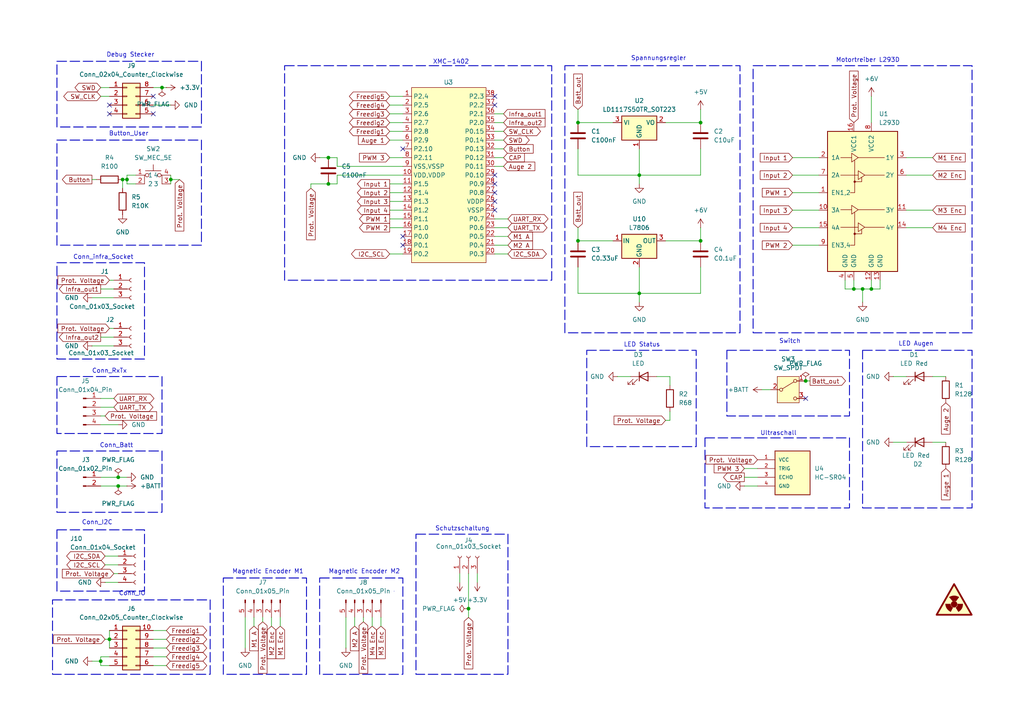
<source format=kicad_sch>
(kicad_sch (version 20231120) (generator "eeschema") (generator_version "8.0")
  (paper "A4")
  (title_block (title "Microrat") (date "2024-04-20"))
  (lib_symbols
    (symbol "Connector:Conn_01x02_Pin" (pin_names (offset 1.016) hide)
      (property "Reference" "J" (at 0 2.54 0))
      (property "Value" "Conn_01x02_Pin" (at 0 -5.08 0))
      (symbol "Conn_01x02_Pin_1_1"
        (pin passive line (at 5.08 0 180) (length 3.81) (name "Pin_1") (number "1"))
        (pin passive line (at 5.08 -2.54 180) (length 3.81) (name "Pin_2") (number "2"))
      )
    )
    (symbol "Connector:Conn_01x03_Socket" (pin_names (offset 1.016) hide)
      (property "Reference" "J" (at 0 5.08 0))
      (property "Value" "Conn_01x03_Socket" (at 0 -5.08 0))
      (symbol "Conn_01x03_Socket_1_1"
        (pin passive line (at -5.08 2.54 0) (length 3.81) (name "Pin_1") (number "1"))
        (pin passive line (at -5.08 0 0) (length 3.81) (name "Pin_2") (number "2"))
        (pin passive line (at -5.08 -2.54 0) (length 3.81) (name "Pin_3") (number "3"))
      )
    )
    (symbol "Connector:Conn_01x04_Pin" (pin_names (offset 1.016) hide)
      (property "Reference" "J" (at 0 5.08 0))
      (property "Value" "Conn_01x04_Pin" (at 0 -7.62 0))
      (symbol "Conn_01x04_Pin_1_1"
        (pin passive line (at 5.08 2.54 180) (length 3.81) (name "Pin_1") (number "1"))
        (pin passive line (at 5.08 0 180) (length 3.81) (name "Pin_2") (number "2"))
        (pin passive line (at 5.08 -2.54 180) (length 3.81) (name "Pin_3") (number "3"))
        (pin passive line (at 5.08 -5.08 180) (length 3.81) (name "Pin_4") (number "4"))
      )
    )
    (symbol "Connector:Conn_01x04_Socket" (pin_names (offset 1.016) hide)
      (property "Reference" "J" (at 0 5.08 0))
      (property "Value" "Conn_01x04_Socket" (at 0 -7.62 0))
      (symbol "Conn_01x04_Socket_1_1"
        (pin passive line (at -5.08 2.54 0) (length 3.81) (name "Pin_1") (number "1"))
        (pin passive line (at -5.08 0 0) (length 3.81) (name "Pin_2") (number "2"))
        (pin passive line (at -5.08 -2.54 0) (length 3.81) (name "Pin_3") (number "3"))
        (pin passive line (at -5.08 -5.08 0) (length 3.81) (name "Pin_4") (number "4"))
      )
    )
    (symbol "Connector:Conn_01x05_Pin" (pin_names (offset 1.016) hide)
      (property "Reference" "J" (at 0 7.62 0))
      (property "Value" "Conn_01x05_Pin" (at 0 -7.62 0))
      (symbol "Conn_01x05_Pin_1_1"
        (pin passive line (at 5.08 5.08 180) (length 3.81) (name "Pin_1") (number "1"))
        (pin passive line (at 5.08 2.54 180) (length 3.81) (name "Pin_2") (number "2"))
        (pin passive line (at 5.08 0 180) (length 3.81) (name "Pin_3") (number "3"))
        (pin passive line (at 5.08 -2.54 180) (length 3.81) (name "Pin_4") (number "4"))
        (pin passive line (at 5.08 -5.08 180) (length 3.81) (name "Pin_5") (number "5"))
      )
    )
    (symbol "Connector_Generic:Conn_02x04_Counter_Clockwise" (pin_names (offset 1.016) hide)
      (property "Reference" "J" (at 1.27 5.08 0))
      (property "Value" "Conn_02x04_Counter_Clockwise" (at 1.27 -7.62 0))
      (symbol "Conn_02x04_Counter_Clockwise_1_1"
        (pin passive line (at -5.08 2.54 0) (length 3.81) (name "Pin_1") (number "1"))
        (pin passive line (at -5.08 0 0) (length 3.81) (name "Pin_2") (number "2"))
        (pin passive line (at -5.08 -2.54 0) (length 3.81) (name "Pin_3") (number "3"))
        (pin passive line (at -5.08 -5.08 0) (length 3.81) (name "Pin_4") (number "4"))
        (pin passive line (at 7.62 -5.08 180) (length 3.81) (name "Pin_5") (number "5"))
        (pin passive line (at 7.62 -2.54 180) (length 3.81) (name "Pin_6") (number "6"))
        (pin passive line (at 7.62 0 180) (length 3.81) (name "Pin_7") (number "7"))
        (pin passive line (at 7.62 2.54 180) (length 3.81) (name "Pin_8") (number "8"))
      )
    )
    (symbol "Connector_Generic:Conn_02x05_Counter_Clockwise" (pin_names (offset 1.016) hide)
      (property "Reference" "J" (at 1.27 7.62 0))
      (property "Value" "Conn_02x05_Counter_Clockwise" (at 1.27 -7.62 0))
      (symbol "Conn_02x05_Counter_Clockwise_1_1"
        (pin passive line (at -5.08 5.08 0) (length 3.81) (name "Pin_1") (number "1"))
        (pin passive line (at 7.62 5.08 180) (length 3.81) (name "Pin_10") (number "10"))
        (pin passive line (at -5.08 2.54 0) (length 3.81) (name "Pin_2") (number "2"))
        (pin passive line (at -5.08 0 0) (length 3.81) (name "Pin_3") (number "3"))
        (pin passive line (at -5.08 -2.54 0) (length 3.81) (name "Pin_4") (number "4"))
        (pin passive line (at -5.08 -5.08 0) (length 3.81) (name "Pin_5") (number "5"))
        (pin passive line (at 7.62 -5.08 180) (length 3.81) (name "Pin_6") (number "6"))
        (pin passive line (at 7.62 -2.54 180) (length 3.81) (name "Pin_7") (number "7"))
        (pin passive line (at 7.62 0 180) (length 3.81) (name "Pin_8") (number "8"))
        (pin passive line (at 7.62 2.54 180) (length 3.81) (name "Pin_9") (number "9"))
      )
    )
    (symbol "Device:C" (pin_numbers hide) (pin_names (offset 0.254))
      (property "Reference" "C" (at 0.635 2.54 0))
      (property "Value" "C" (at 0.635 -2.54 0))
      (symbol "C_1_1"
        (pin passive line (at 0 3.81 270) (length 2.794) (name "~") (number "1"))
        (pin passive line (at 0 -3.81 90) (length 2.794) (name "~") (number "2"))
      )
    )
    (symbol "Device:LED" (pin_numbers hide) (pin_names (offset 1.016) hide)
      (property "Reference" "D" (at 0 2.54 0))
      (property "Value" "LED" (at 0 -2.54 0))
      (symbol "LED_1_1"
        (pin passive line (at -3.81 0 0) (length 2.54) (name "K") (number "1"))
        (pin passive line (at 3.81 0 180) (length 2.54) (name "A") (number "2"))
      )
    )
    (symbol "Device:R" (pin_numbers hide) (pin_names (offset 0))
      (property "Reference" "R" (at 2.032 0 90))
      (property "Value" "R" (at 0 0 90))
      (symbol "R_1_1"
        (pin passive line (at 0 3.81 270) (length 1.27) (name "~") (number "1"))
        (pin passive line (at 0 -3.81 90) (length 1.27) (name "~") (number "2"))
      )
    )
    (symbol "Driver_Motor:L293D" (pin_names (offset 1.016))
      (property "Reference" "U" (at -5.08 26.035 0))
      (property "Value" "L293D" (at -5.08 24.13 0))
      (symbol "L293D_1_1"
        (pin input line (at -12.7 5.08 0) (length 2.54) (name "EN1,2") (number "1"))
        (pin input line (at -12.7 0 0) (length 2.54) (name "3A") (number "10"))
        (pin output line (at 12.7 0 180) (length 2.54) (name "3Y") (number "11"))
        (pin power_in line (at 2.54 -20.32 90) (length 2.54) (name "GND") (number "12"))
        (pin power_in line (at 5.08 -20.32 90) (length 2.54) (name "GND") (number "13"))
        (pin output line (at 12.7 -5.08 180) (length 2.54) (name "4Y") (number "14"))
        (pin input line (at -12.7 -5.08 0) (length 2.54) (name "4A") (number "15"))
        (pin power_in line (at -2.54 25.4 270) (length 2.54) (name "VCC1") (number "16"))
        (pin input line (at -12.7 15.24 0) (length 2.54) (name "1A") (number "2"))
        (pin output line (at 12.7 15.24 180) (length 2.54) (name "1Y") (number "3"))
        (pin power_in line (at -5.08 -20.32 90) (length 2.54) (name "GND") (number "4"))
        (pin power_in line (at -2.54 -20.32 90) (length 2.54) (name "GND") (number "5"))
        (pin output line (at 12.7 10.16 180) (length 2.54) (name "2Y") (number "6"))
        (pin input line (at -12.7 10.16 0) (length 2.54) (name "2A") (number "7"))
        (pin power_in line (at 2.54 25.4 270) (length 2.54) (name "VCC2") (number "8"))
        (pin input line (at -12.7 -10.16 0) (length 2.54) (name "EN3,4") (number "9"))
      )
    )
    (symbol "Graphic:SYM_Radioactive_Large" (in_bom no) (on_board no))
    (symbol "HC-SR04:HC-SR04" (pin_names (offset 1.016))
      (property "Reference" "U" (at 0 5.0813 0))
      (property "Value" "HC-SR04" (at 0 -10.163 0))
      (symbol "HC-SR04_0_0"
        (pin power_in line (at -5.08 2.54 0) (length 5.08) (name "VCC") (number "1"))
        (pin bidirectional line (at -5.08 0 0) (length 5.08) (name "TRIG") (number "2"))
        (pin bidirectional line (at -5.08 -2.54 0) (length 5.08) (name "ECHO") (number "3"))
        (pin power_in line (at -5.08 -5.08 0) (length 5.08) (name "GND") (number "4"))
      )
    )
    (symbol "Regulator_Linear:L7806" (pin_names (offset 0.254))
      (property "Reference" "U" (at -3.81 3.175 0))
      (property "Value" "L7806" (at 0 3.175 0))
      (symbol "L7806_1_1"
        (pin power_in line (at -7.62 0 0) (length 2.54) (name "IN") (number "1"))
        (pin power_in line (at 0 -7.62 90) (length 2.54) (name "GND") (number "2"))
        (pin power_out line (at 7.62 0 180) (length 2.54) (name "OUT") (number "3"))
      )
    )
    (symbol "Regulator_Linear:LD1117S50TR_SOT223"
      (property "Reference" "U" (at -3.81 3.175 0))
      (property "Value" "LD1117S50TR_SOT223" (at 0 3.175 0))
      (symbol "LD1117S50TR_SOT223_1_1"
        (pin power_in line (at 0 -7.62 90) (length 2.54) (name "GND") (number "1"))
        (pin power_out line (at 7.62 0 180) (length 2.54) (name "VO") (number "2"))
        (pin power_in line (at -7.62 0 0) (length 2.54) (name "VI") (number "3"))
      )
    )
    (symbol "Switch:SW_MEC_5E" (pin_names (offset 1.016))
      (property "Reference" "SW2" (at 0 10.16 0))
      (property "Value" "SW_MEC_5E" (at 0 7.62 0))
      (symbol "SW_MEC_5E_0_1"
        (pin passive line (at -5.08 2.54 0) (length 2.54) (name "1") (number "1"))
        (pin passive line (at -5.08 0 0) (length 2.54) (name "2") (number "2"))
      )
      (symbol "SW_MEC_5E_1_1"
        (pin passive line (at 5.08 0 180) (length 2.54) (name "3") (number "3"))
        (pin passive line (at 5.08 2.54 180) (length 2.54) (name "4") (number "4"))
      )
    )
    (symbol "Switch:SW_SPDT" (pin_names (offset 0) hide)
      (property "Reference" "SW" (at 0 5.08 0))
      (property "Value" "SW_SPDT" (at 0 -5.08 0))
      (symbol "SW_SPDT_1_1"
        (pin passive line (at 5.08 2.54 180) (length 2.54) (name "A") (number "1"))
        (pin passive line (at -5.08 0 0) (length 2.54) (name "B") (number "2"))
        (pin passive line (at 5.08 -2.54 180) (length 2.54) (name "C") (number "3"))
      )
    )
    (symbol "XMC1402:XMC1402"
      (property "Reference" "U3" (at 4.318 15.494 0))
      (property "Value" "~" (at 4.445 15.24 0))
      (symbol "XMC1402_1_1"
        (pin bidirectional line (at -8.89 11.43 0) (length 2.54) (name "P2.4") (number "1"))
        (pin power_in line (at -8.89 -11.43 0) (length 2.54) (name "VDD,VDDP") (number "10"))
        (pin bidirectional line (at -8.89 -13.97 0) (length 2.54) (name "P1.5") (number "11"))
        (pin bidirectional line (at -8.89 -16.51 0) (length 2.54) (name "P1.4") (number "12"))
        (pin bidirectional line (at -8.89 -19.05 0) (length 2.54) (name "P1.3") (number "13"))
        (pin bidirectional line (at -8.89 -21.59 0) (length 2.54) (name "P1.2") (number "14"))
        (pin bidirectional line (at -8.89 -24.13 0) (length 2.54) (name "P1.1") (number "15"))
        (pin bidirectional line (at -8.89 -26.67 0) (length 2.54) (name "P1.0") (number "16"))
        (pin bidirectional line (at -8.89 -29.21 0) (length 2.54) (name "P0.0") (number "17"))
        (pin bidirectional line (at -8.89 -31.75 0) (length 2.54) (name "P0.1") (number "18"))
        (pin bidirectional line (at -8.89 -34.29 0) (length 2.54) (name "P0.2") (number "19"))
        (pin bidirectional line (at -8.89 8.89 0) (length 2.54) (name "P2.5") (number "2"))
        (pin bidirectional line (at 17.78 -34.29 180) (length 2.54) (name "P0.3") (number "20"))
        (pin bidirectional line (at 17.78 -31.75 180) (length 2.54) (name "P0.4") (number "21"))
        (pin bidirectional line (at 17.78 -29.21 180) (length 2.54) (name "P0.5") (number "22"))
        (pin bidirectional line (at 17.78 -26.67 180) (length 2.54) (name "P0.6") (number "23"))
        (pin bidirectional line (at 17.78 -24.13 180) (length 2.54) (name "P0.7") (number "24"))
        (pin power_in line (at 17.78 -21.59 180) (length 2.54) (name "VSSP") (number "25"))
        (pin power_in line (at 17.78 -19.05 180) (length 2.54) (name "VDDP") (number "26"))
        (pin bidirectional line (at 17.78 -16.51 180) (length 2.54) (name "P0.8") (number "27"))
        (pin bidirectional line (at 17.78 -13.97 180) (length 2.54) (name "P0.9") (number "28"))
        (pin bidirectional line (at 17.78 -11.43 180) (length 2.54) (name "P0.10") (number "29"))
        (pin bidirectional line (at -8.89 6.35 0) (length 2.54) (name "P2.6") (number "3"))
        (pin bidirectional line (at 17.78 -8.89 180) (length 2.54) (name "P0.11") (number "30"))
        (pin bidirectional line (at 17.78 -6.35 180) (length 2.54) (name "P0.12") (number "31"))
        (pin bidirectional line (at 17.78 -3.81 180) (length 2.54) (name "P0.13") (number "32"))
        (pin bidirectional line (at 17.78 -1.27 180) (length 2.54) (name "P0.14") (number "33"))
        (pin bidirectional line (at 17.78 1.27 180) (length 2.54) (name "P0.15") (number "34"))
        (pin bidirectional line (at 17.78 3.81 180) (length 2.54) (name "P2.0") (number "35"))
        (pin bidirectional line (at 17.78 6.35 180) (length 2.54) (name "P2.1") (number "36"))
        (pin bidirectional line (at 17.78 8.89 180) (length 2.54) (name "P2.2") (number "37"))
        (pin bidirectional line (at 17.78 11.43 180) (length 2.54) (name "P2.3") (number "38"))
        (pin bidirectional line (at -8.89 3.81 0) (length 2.54) (name "P2.7") (number "4"))
        (pin bidirectional line (at -8.89 1.27 0) (length 2.54) (name "P2.8") (number "5"))
        (pin bidirectional line (at -8.89 -1.27 0) (length 2.54) (name "P2.9") (number "6"))
        (pin bidirectional line (at -8.89 -3.81 0) (length 2.54) (name "P2.10") (number "7"))
        (pin bidirectional line (at -8.89 -6.35 0) (length 2.54) (name "P2.11") (number "8"))
        (pin power_in line (at -8.89 -8.89 0) (length 2.54) (name "VSS,VSSP") (number "9"))
      )
    )
    (symbol "power:+3.3V" (power) (pin_numbers hide) (pin_names (offset 0) hide)
      (property "Value" "+3.3V" (at 0 3.556 0))
      (symbol "+3.3V_1_1"
        (pin power_in line (at 0 0 90) (length 0) (name "~") (number "1"))
      )
    )
    (symbol "power:+5V" (power) (pin_numbers hide) (pin_names (offset 0) hide)
      (property "Value" "+5V" (at 0 3.556 0))
      (symbol "+5V_1_1"
        (pin power_in line (at 0 0 90) (length 0) (name "~") (number "1"))
      )
    )
    (symbol "power:+6V" (power) (pin_numbers hide) (pin_names (offset 0) hide)
      (property "Value" "+6V" (at 0 3.556 0))
      (symbol "+6V_1_1"
        (pin power_in line (at 0 0 90) (length 0) (name "~") (number "1"))
      )
    )
    (symbol "power:+BATT" (power) (pin_numbers hide) (pin_names (offset 0) hide)
      (property "Value" "+BATT" (at 0 3.556 0))
      (symbol "+BATT_1_1"
        (pin power_in line (at 0 0 90) (length 0) (name "~") (number "1"))
      )
    )
    (symbol "power:GND" (power) (pin_numbers hide) (pin_names (offset 0) hide)
      (property "Value" "GND" (at 0 -3.81 0))
      (symbol "GND_1_1"
        (pin power_in line (at 0 0 270) (length 0) (name "~") (number "1"))
      )
    )
    (symbol "power:PWR_FLAG" (power) (pin_numbers hide) (pin_names (offset 0) hide)
      (property "Value" "PWR_FLAG" (at 0 3.81 0))
      (symbol "PWR_FLAG_0_0"
        (pin power_out line (at 0 0 90) (length 0) (name "~") (number "1"))
      )
    )
  )
  (junction (at 252.73 83.82))
  (junction (at 185.42 85.09))
  (junction (at 203.2 35.56))
  (junction (at 203.2 69.85))
  (junction (at 247.65 83.82))
  (junction (at 31.75 185.42))
  (junction (at 167.64 69.85))
  (junction (at 34.29 140.97))
  (junction (at 46.99 25.4))
  (junction (at 135.89 176.53))
  (junction (at 49.53 52.07))
  (junction (at 185.42 50.8))
  (junction (at 95.25 53.34))
  (junction (at 250.19 83.82))
  (junction (at 233.68 110.49))
  (junction (at 36.83 52.07))
  (junction (at 34.29 138.43))
  (junction (at 29.21 191.77))
  (junction (at 167.64 35.56))
  (junction (at 35.56 52.07))
  (junction (at 95.25 45.72))
  (no_connect (at 143.51 50.8))
  (no_connect (at 143.51 30.48))
  (no_connect (at 116.84 71.12))
  (no_connect (at 31.75 33.02))
  (no_connect (at 143.51 53.34))
  (no_connect (at 116.84 43.18))
  (no_connect (at 44.45 33.02))
  (no_connect (at 143.51 55.88))
  (no_connect (at 44.45 27.94))
  (no_connect (at 143.51 27.94))
  (no_connect (at 143.51 60.96))
  (no_connect (at 31.75 30.48))
  (no_connect (at 233.68 115.57))
  (no_connect (at 143.51 58.42))
  (no_connect (at 116.84 68.58))
  (wire (pts (xy 113.03 33.02) (xy 116.84 33.02)))
  (wire (pts (xy 97.79 50.8) (xy 116.84 50.8)))
  (wire (pts (xy 138.43 166.37) (xy 138.43 168.91)))
  (wire (pts (xy 36.83 50.8) (xy 36.83 52.07)))
  (wire (pts (xy 167.64 77.47) (xy 167.64 85.09)))
  (wire (pts (xy 39.37 53.34) (xy 36.83 53.34)))
  (wire (pts (xy 252.73 83.82) (xy 250.19 83.82)))
  (wire (pts (xy 113.03 55.88) (xy 116.84 55.88)))
  (wire (pts (xy 113.03 35.56) (xy 116.84 35.56)))
  (wire (pts (xy 48.26 25.4) (xy 46.99 25.4)))
  (wire (pts (xy 29.21 120.65) (xy 30.48 120.65)))
  (wire (pts (xy 31.75 182.88) (xy 31.75 185.42)))
  (wire (pts (xy 143.51 66.04) (xy 147.32 66.04)))
  (wire (pts (xy 203.2 66.04) (xy 203.2 69.85)))
  (wire (pts (xy 29.21 97.79) (xy 33.02 97.79)))
  (wire (pts (xy 233.68 110.49) (xy 234.95 110.49)))
  (wire (pts (xy 143.51 68.58) (xy 147.32 68.58)))
  (wire (pts (xy 252.73 81.28) (xy 252.73 83.82)))
  (wire (pts (xy 185.42 50.8) (xy 185.42 53.34)))
  (wire (pts (xy 229.87 45.72) (xy 237.49 45.72)))
  (wire (pts (xy 203.2 43.18) (xy 203.2 50.8)))
  (wire (pts (xy 113.03 60.96) (xy 116.84 60.96)))
  (wire (pts (xy 245.11 81.28) (xy 245.11 83.82)))
  (wire (pts (xy 30.48 168.91) (xy 34.29 168.91)))
  (wire (pts (xy 34.29 138.43) (xy 29.21 138.43)))
  (wire (pts (xy 229.87 50.8) (xy 237.49 50.8)))
  (wire (pts (xy 78.74 181.61) (xy 78.74 179.07)))
  (wire (pts (xy 107.95 179.07) (xy 107.95 181.61)))
  (wire (pts (xy 33.02 166.37) (xy 34.29 166.37)))
  (wire (pts (xy 100.33 179.07) (xy 100.33 187.96)))
  (wire (pts (xy 29.21 83.82) (xy 33.02 83.82)))
  (wire (pts (xy 194.31 109.22) (xy 194.31 111.76)))
  (wire (pts (xy 262.89 50.8) (xy 270.51 50.8)))
  (wire (pts (xy 49.53 52.07) (xy 52.07 52.07)))
  (wire (pts (xy 97.79 48.26) (xy 116.84 48.26)))
  (wire (pts (xy 29.21 25.4) (xy 31.75 25.4)))
  (wire (pts (xy 143.51 38.1) (xy 146.05 38.1)))
  (wire (pts (xy 113.03 45.72) (xy 116.84 45.72)))
  (wire (pts (xy 31.75 193.04) (xy 29.21 193.04)))
  (wire (pts (xy 90.17 54.61) (xy 90.17 53.34)))
  (wire (pts (xy 203.2 77.47) (xy 203.2 85.09)))
  (wire (pts (xy 229.87 66.04) (xy 237.49 66.04)))
  (wire (pts (xy 44.45 190.5) (xy 48.26 190.5)))
  (wire (pts (xy 113.03 40.64) (xy 116.84 40.64)))
  (wire (pts (xy 44.45 187.96) (xy 48.26 187.96)))
  (wire (pts (xy 259.08 109.22) (xy 262.89 109.22)))
  (wire (pts (xy 203.2 31.75) (xy 203.2 35.56)))
  (wire (pts (xy 229.87 60.96) (xy 237.49 60.96)))
  (wire (pts (xy 113.03 63.5) (xy 116.84 63.5)))
  (wire (pts (xy 185.42 43.18) (xy 185.42 50.8)))
  (wire (pts (xy 49.53 52.07) (xy 49.53 53.34)))
  (wire (pts (xy 143.51 40.64) (xy 146.05 40.64)))
  (wire (pts (xy 270.51 128.27) (xy 274.32 128.27)))
  (wire (pts (xy 185.42 85.09) (xy 185.42 87.63)))
  (wire (pts (xy 143.51 48.26) (xy 146.05 48.26)))
  (wire (pts (xy 245.11 83.82) (xy 247.65 83.82)))
  (wire (pts (xy 252.73 27.94) (xy 252.73 35.56)))
  (wire (pts (xy 193.04 35.56) (xy 203.2 35.56)))
  (wire (pts (xy 262.89 128.27) (xy 259.08 128.27)))
  (wire (pts (xy 193.04 69.85) (xy 203.2 69.85)))
  (wire (pts (xy 29.21 123.19) (xy 34.29 123.19)))
  (wire (pts (xy 95.25 45.72) (xy 97.79 45.72)))
  (wire (pts (xy 44.45 185.42) (xy 48.26 185.42)))
  (wire (pts (xy 29.21 118.11) (xy 33.02 118.11)))
  (wire (pts (xy 31.75 95.25) (xy 33.02 95.25)))
  (wire (pts (xy 102.87 179.07) (xy 102.87 181.61)))
  (wire (pts (xy 179.07 109.22) (xy 182.88 109.22)))
  (wire (pts (xy 44.45 30.48) (xy 49.53 30.48)))
  (wire (pts (xy 247.65 83.82) (xy 247.65 81.28)))
  (wire (pts (xy 185.42 77.47) (xy 185.42 85.09)))
  (wire (pts (xy 229.87 55.88) (xy 237.49 55.88)))
  (wire (pts (xy 135.89 166.37) (xy 135.89 176.53)))
  (wire (pts (xy 113.03 27.94) (xy 116.84 27.94)))
  (wire (pts (xy 95.25 53.34) (xy 97.79 53.34)))
  (wire (pts (xy 90.17 53.34) (xy 95.25 53.34)))
  (wire (pts (xy 26.67 52.07) (xy 27.94 52.07)))
  (wire (pts (xy 270.51 109.22) (xy 274.32 109.22)))
  (wire (pts (xy 71.12 179.07) (xy 71.12 187.96)))
  (wire (pts (xy 73.66 181.61) (xy 73.66 179.07)))
  (wire (pts (xy 113.03 30.48) (xy 116.84 30.48)))
  (wire (pts (xy 113.03 66.04) (xy 116.84 66.04)))
  (wire (pts (xy 215.9 135.89) (xy 219.71 135.89)))
  (wire (pts (xy 255.27 81.28) (xy 255.27 83.82)))
  (wire (pts (xy 167.64 43.18) (xy 167.64 50.8)))
  (wire (pts (xy 190.5 109.22) (xy 194.31 109.22)))
  (wire (pts (xy 203.2 85.09) (xy 185.42 85.09)))
  (wire (pts (xy 110.49 179.07) (xy 110.49 181.61)))
  (wire (pts (xy 30.48 161.29) (xy 34.29 161.29)))
  (wire (pts (xy 92.71 45.72) (xy 95.25 45.72)))
  (wire (pts (xy 229.87 71.12) (xy 237.49 71.12)))
  (wire (pts (xy 167.64 35.56) (xy 177.8 35.56)))
  (wire (pts (xy 113.03 73.66) (xy 116.84 73.66)))
  (wire (pts (xy 97.79 53.34) (xy 97.79 50.8)))
  (wire (pts (xy 39.37 50.8) (xy 36.83 50.8)))
  (wire (pts (xy 250.19 83.82) (xy 247.65 83.82)))
  (wire (pts (xy 143.51 33.02) (xy 146.05 33.02)))
  (wire (pts (xy 167.64 31.75) (xy 167.64 35.56)))
  (wire (pts (xy 44.45 182.88) (xy 48.26 182.88)))
  (wire (pts (xy 215.9 138.43) (xy 219.71 138.43)))
  (wire (pts (xy 143.51 71.12) (xy 147.32 71.12)))
  (wire (pts (xy 29.21 190.5) (xy 29.21 191.77)))
  (wire (pts (xy 262.89 60.96) (xy 270.51 60.96)))
  (wire (pts (xy 167.64 66.04) (xy 167.64 69.85)))
  (wire (pts (xy 31.75 185.42) (xy 31.75 187.96)))
  (wire (pts (xy 167.64 50.8) (xy 185.42 50.8)))
  (wire (pts (xy 143.51 45.72) (xy 146.05 45.72)))
  (wire (pts (xy 143.51 73.66) (xy 147.32 73.66)))
  (wire (pts (xy 167.64 85.09) (xy 185.42 85.09)))
  (wire (pts (xy 113.03 38.1) (xy 116.84 38.1)))
  (wire (pts (xy 49.53 50.8) (xy 49.53 52.07)))
  (wire (pts (xy 113.03 58.42) (xy 116.84 58.42)))
  (wire (pts (xy 105.41 179.07) (xy 105.41 180.34)))
  (wire (pts (xy 26.67 86.36) (xy 33.02 86.36)))
  (wire (pts (xy 46.99 25.4) (xy 44.45 25.4)))
  (wire (pts (xy 81.28 181.61) (xy 81.28 179.07)))
  (wire (pts (xy 135.89 176.53) (xy 135.89 179.07)))
  (wire (pts (xy 97.79 45.72) (xy 97.79 48.26)))
  (wire (pts (xy 220.98 113.03) (xy 223.52 113.03)))
  (wire (pts (xy 31.75 81.28) (xy 33.02 81.28)))
  (wire (pts (xy 143.51 35.56) (xy 146.05 35.56)))
  (wire (pts (xy 29.21 115.57) (xy 33.02 115.57)))
  (wire (pts (xy 133.35 166.37) (xy 133.35 168.91)))
  (wire (pts (xy 30.48 185.42) (xy 31.75 185.42)))
  (wire (pts (xy 44.45 193.04) (xy 48.26 193.04)))
  (wire (pts (xy 203.2 50.8) (xy 185.42 50.8)))
  (wire (pts (xy 30.48 163.83) (xy 34.29 163.83)))
  (wire (pts (xy 29.21 190.5) (xy 31.75 190.5)))
  (wire (pts (xy 215.9 140.97) (xy 219.71 140.97)))
  (wire (pts (xy 194.31 121.92) (xy 194.31 119.38)))
  (wire (pts (xy 26.67 100.33) (xy 33.02 100.33)))
  (wire (pts (xy 35.56 52.07) (xy 35.56 54.61)))
  (wire (pts (xy 262.89 66.04) (xy 270.51 66.04)))
  (wire (pts (xy 270.51 45.72) (xy 262.89 45.72)))
  (wire (pts (xy 34.29 140.97) (xy 29.21 140.97)))
  (wire (pts (xy 76.2 179.07) (xy 76.2 180.34)))
  (wire (pts (xy 36.83 138.43) (xy 34.29 138.43)))
  (wire (pts (xy 113.03 53.34) (xy 116.84 53.34)))
  (wire (pts (xy 29.21 27.94) (xy 31.75 27.94)))
  (wire (pts (xy 36.83 52.07) (xy 36.83 53.34)))
  (wire (pts (xy 255.27 83.82) (xy 252.73 83.82)))
  (wire (pts (xy 29.21 193.04) (xy 29.21 191.77)))
  (wire (pts (xy 250.19 83.82) (xy 250.19 87.63)))
  (wire (pts (xy 26.67 191.77) (xy 29.21 191.77)))
  (wire (pts (xy 35.56 52.07) (xy 36.83 52.07)))
  (wire (pts (xy 143.51 63.5) (xy 147.32 63.5)))
  (wire (pts (xy 167.64 69.85) (xy 177.8 69.85)))
  (wire (pts (xy 36.83 140.97) (xy 34.29 140.97)))
  (wire (pts (xy 193.04 121.92) (xy 194.31 121.92)))
  (wire (pts (xy 143.51 43.18) (xy 146.05 43.18)))
  (rectangle (start 218.44 19.05) (end 281.94 96.52) (stroke (width 0.254) (type dash)))
  (rectangle (start 16.51 40.64) (end 58.42 71.12) (stroke (width 0.254) (type dash)))
  (rectangle (start 16.51 76.2) (end 41.91 104.14) (stroke (width 0.254) (type dash)))
  (rectangle (start 82.55 19.05) (end 160.02 81.28) (stroke (width 0.254) (type dash)))
  (rectangle (start 204.47 127) (end 246.38 147.32) (stroke (width 0.254) (type dash)))
  (rectangle (start 92.71 167.64) (end 116.84 195.58) (stroke (width 0.254) (type dash)))
  (rectangle (start 170.18 101.6) (end 201.93 129.54) (stroke (width 0.254) (type dash)))
  (rectangle (start 120.65 154.94) (end 147.32 195.58) (stroke (width 0.254) (type dash)))
  (rectangle (start 15.24 173.99) (end 60.96 195.58) (stroke (width 0.254) (type dash)))
  (rectangle (start 250.19 101.6) (end 281.94 147.32) (stroke (width 0.254) (type dash)))
  (rectangle (start 16.51 130.81) (end 46.99 148.59) (stroke (width 0.254) (type dash)))
  (rectangle (start 163.83 19.05) (end 214.63 96.52) (stroke (width 0.254) (type dash)))
  (rectangle (start 16.51 153.67) (end 41.91 171.45) (stroke (width 0.254) (type dash)))
  (rectangle (start 16.51 17.78) (end 58.42 36.83) (stroke (width 0.254) (type dash)))
  (rectangle (start 114.3 171.45) (end 114.3 171.45))
  (rectangle (start 16.51 109.22) (end 46.99 125.73) (stroke (width 0.254) (type dash)))
  (rectangle (start 64.77 167.64) (end 88.9 195.58) (stroke (width 0.254) (type dash)))
  (rectangle (start 210.82 101.6) (end 246.38 120.65) (stroke (width 0.254) (type dash)))
  (text "Magnetic Encoder M2" (at 105.664 165.862 0) (effects (font (size 1.27 1.27))))
  (text "Conn_I2C\n" (at 28.194 151.638 0) (effects (font (size 1.27 1.27))))
  (text "XMC-1402" (at 130.81 18.034 0) (effects (font (size 1.27 1.27))))
  (text "Conn_Batt" (at 33.782 129.286 0) (effects (font (size 1.27 1.27))))
  (text "Conn_IO" (at 38.354 172.212 0) (effects (font (size 1.27 1.27))))
  (text "LED Status" (at 186.182 100.076 0) (effects (font (size 1.27 1.27))))
  (text "LED Augen" (at 265.684 99.822 0) (effects (font (size 1.27 1.27))))
  (text "Switch" (at 229.108 99.06 0) (effects (font (size 1.27 1.27))))
  (text "Conn_infra_Socket" (at 29.972 74.676 0) (effects (font (size 1.27 1.27))))
  (text "Spannungsregler" (at 191.008 17.018 0) (effects (font (size 1.27 1.27))))
  (text "Conn_RxTx" (at 31.75 107.696 0) (effects (font (size 1.27 1.27))))
  (text "Ultraschall" (at 225.806 125.73 0) (effects (font (size 1.27 1.27))))
  (text "Debug Stecker" (at 37.846 16.002 0) (effects (font (size 1.27 1.27))))
  (text "Magnetic Encoder M1" (at 77.724 165.862 0) (effects (font (size 1.27 1.27))))
  (text "Button_User" (at 37.338 38.862 0) (effects (font (size 1.27 1.27))))
  (text "Schutzschaltung" (at 134.112 153.416 0) (effects (font (size 1.27 1.27))))
  (text "Motortreiber L293D" (at 251.714 17.526 0) (effects (font (size 1.27 1.27))))
  (global_label "Prot. Voltage" (shape input) (at 193.04 121.92 180) (property "Intersheetrefs" "${INTERSHEET_REFS}" (effects (hide yes))))
  (global_label "Freedig3" (shape bidirectional) (at 113.03 33.02 180) (property "Intersheetrefs" "${INTERSHEET_REFS}" (effects (hide yes))))
  (global_label "SW_CLK" (shape bidirectional) (at 29.21 27.94 180) (property "Intersheetrefs" "${INTERSHEET_REFS}" (effects (hide yes))))
  (global_label "PWM 1" (shape input) (at 229.87 55.88 180) (property "Intersheetrefs" "${INTERSHEET_REFS}" (effects (hide yes))))
  (global_label "M1 Enc" (shape input) (at 81.28 181.61 270) (property "Intersheetrefs" "${INTERSHEET_REFS}" (effects (hide yes))))
  (global_label "Input 4" (shape input) (at 229.87 66.04 180) (property "Intersheetrefs" "${INTERSHEET_REFS}" (effects (hide yes))))
  (global_label "Input 2" (shape output) (at 113.03 55.88 180) (property "Intersheetrefs" "${INTERSHEET_REFS}" (effects (hide yes))))
  (global_label "Freedig2" (shape bidirectional) (at 48.26 185.42 0) (property "Intersheetrefs" "${INTERSHEET_REFS}" (effects (hide yes))))
  (global_label "Infra_out1" (shape output) (at 29.21 83.82 180) (property "Intersheetrefs" "${INTERSHEET_REFS}" (effects (hide yes))))
  (global_label "M3 Enc" (shape input) (at 270.51 60.96 0) (property "Intersheetrefs" "${INTERSHEET_REFS}" (effects (hide yes))))
  (global_label "Freedig5" (shape bidirectional) (at 113.03 27.94 180) (property "Intersheetrefs" "${INTERSHEET_REFS}" (effects (hide yes))))
  (global_label "M2 A" (shape input) (at 147.32 71.12 0) (property "Intersheetrefs" "${INTERSHEET_REFS}" (effects (hide yes))))
  (global_label "Prot. Voltage" (shape input) (at 30.48 120.65 0) (property "Intersheetrefs" "${INTERSHEET_REFS}" (effects (hide yes))))
  (global_label "I2C_SDA" (shape bidirectional) (at 30.48 161.29 180) (property "Intersheetrefs" "${INTERSHEET_REFS}" (effects (hide yes))))
  (global_label "Input 3" (shape output) (at 113.03 58.42 180) (property "Intersheetrefs" "${INTERSHEET_REFS}" (effects (hide yes))))
  (global_label "I2C_SDA" (shape bidirectional) (at 147.32 73.66 0) (property "Intersheetrefs" "${INTERSHEET_REFS}" (effects (hide yes))))
  (global_label "UART_TX" (shape bidirectional) (at 147.32 66.04 0) (property "Intersheetrefs" "${INTERSHEET_REFS}" (effects (hide yes))))
  (global_label "Auge 1" (shape input) (at 113.03 40.64 180) (property "Intersheetrefs" "${INTERSHEET_REFS}" (effects (hide yes))))
  (global_label "M1 A" (shape input) (at 147.32 68.58 0) (property "Intersheetrefs" "${INTERSHEET_REFS}" (effects (hide yes))))
  (global_label "Prot. Voltage" (shape input) (at 105.41 180.34 270) (property "Intersheetrefs" "${INTERSHEET_REFS}" (effects (hide yes))))
  (global_label "PWM 1" (shape output) (at 113.03 63.5 180) (property "Intersheetrefs" "${INTERSHEET_REFS}" (effects (hide yes))))
  (global_label "Batt_out" (shape output) (at 234.95 110.49 0) (property "Intersheetrefs" "${INTERSHEET_REFS}" (effects (hide yes))))
  (global_label "UART_RX" (shape bidirectional) (at 147.32 63.5 0) (property "Intersheetrefs" "${INTERSHEET_REFS}" (effects (hide yes))))
  (global_label "Button" (shape input) (at 146.05 43.18 0) (property "Intersheetrefs" "${INTERSHEET_REFS}" (effects (hide yes))))
  (global_label "Prot. Voltage" (shape input) (at 52.07 52.07 270) (property "Intersheetrefs" "${INTERSHEET_REFS}" (effects (hide yes))))
  (global_label "CAP" (shape output) (at 215.9 138.43 180) (property "Intersheetrefs" "${INTERSHEET_REFS}" (effects (hide yes))))
  (global_label "Infra_out2" (shape output) (at 29.21 97.79 180) (property "Intersheetrefs" "${INTERSHEET_REFS}" (effects (hide yes))))
  (global_label "Auge 1" (shape input) (at 274.32 135.89 270) (property "Intersheetrefs" "${INTERSHEET_REFS}" (effects (hide yes))))
  (global_label "Prot. Voltage" (shape input) (at 31.75 81.28 180) (property "Intersheetrefs" "${INTERSHEET_REFS}" (effects (hide yes))))
  (global_label "M2 Enc" (shape input) (at 78.74 181.61 270) (property "Intersheetrefs" "${INTERSHEET_REFS}" (effects (hide yes))))
  (global_label "Infra_out2" (shape input) (at 146.05 35.56 0) (property "Intersheetrefs" "${INTERSHEET_REFS}" (effects (hide yes))))
  (global_label "Freedig2" (shape bidirectional) (at 113.03 35.56 180) (property "Intersheetrefs" "${INTERSHEET_REFS}" (effects (hide yes))))
  (global_label "Freedig1" (shape bidirectional) (at 48.26 182.88 0) (property "Intersheetrefs" "${INTERSHEET_REFS}" (effects (hide yes))))
  (global_label "Input 3" (shape input) (at 229.87 60.96 180) (property "Intersheetrefs" "${INTERSHEET_REFS}" (effects (hide yes))))
  (global_label "Input 4" (shape output) (at 113.03 60.96 180) (property "Intersheetrefs" "${INTERSHEET_REFS}" (effects (hide yes))))
  (global_label "Prot. Voltage" (shape input) (at 90.17 54.61 270) (property "Intersheetrefs" "${INTERSHEET_REFS}" (effects (hide yes))))
  (global_label "I2C_SCL" (shape bidirectional) (at 30.48 163.83 180) (property "Intersheetrefs" "${INTERSHEET_REFS}" (effects (hide yes))))
  (global_label "M4 Enc" (shape input) (at 270.51 66.04 0) (property "Intersheetrefs" "${INTERSHEET_REFS}" (effects (hide yes))))
  (global_label "SWD" (shape bidirectional) (at 146.05 40.64 0) (property "Intersheetrefs" "${INTERSHEET_REFS}" (effects (hide yes))))
  (global_label "Freedig4" (shape bidirectional) (at 113.03 30.48 180) (property "Intersheetrefs" "${INTERSHEET_REFS}" (effects (hide yes))))
  (global_label "M2 A" (shape input) (at 102.87 181.61 270) (property "Intersheetrefs" "${INTERSHEET_REFS}" (effects (hide yes))))
  (global_label "I2C_SCL" (shape bidirectional) (at 113.03 73.66 180) (property "Intersheetrefs" "${INTERSHEET_REFS}" (effects (hide yes))))
  (global_label "SW_CLK" (shape bidirectional) (at 146.05 38.1 0) (property "Intersheetrefs" "${INTERSHEET_REFS}" (effects (hide yes))))
  (global_label "Freedig3" (shape bidirectional) (at 48.26 187.96 0) (property "Intersheetrefs" "${INTERSHEET_REFS}" (effects (hide yes))))
  (global_label "Prot. Voltage" (shape input) (at 247.65 35.56 90) (property "Intersheetrefs" "${INTERSHEET_REFS}" (effects (hide yes))))
  (global_label "Auge 2" (shape input) (at 146.05 48.26 0) (property "Intersheetrefs" "${INTERSHEET_REFS}" (effects (hide yes))))
  (global_label "Button" (shape output) (at 26.67 52.07 180) (property "Intersheetrefs" "${INTERSHEET_REFS}" (effects (hide yes))))
  (global_label "PWM 3" (shape input) (at 113.03 45.72 180) (property "Intersheetrefs" "${INTERSHEET_REFS}" (effects (hide yes))))
  (global_label "Prot. Voltage" (shape input) (at 219.71 133.35 180) (property "Intersheetrefs" "${INTERSHEET_REFS}" (effects (hide yes))))
  (global_label "Input 1" (shape output) (at 113.03 53.34 180) (property "Intersheetrefs" "${INTERSHEET_REFS}" (effects (hide yes))))
  (global_label "PWM 2" (shape input) (at 229.87 71.12 180) (property "Intersheetrefs" "${INTERSHEET_REFS}" (effects (hide yes))))
  (global_label "Batt_out" (shape input) (at 167.64 31.75 90) (property "Intersheetrefs" "${INTERSHEET_REFS}" (effects (hide yes))))
  (global_label "UART_TX" (shape bidirectional) (at 33.02 118.11 0) (property "Intersheetrefs" "${INTERSHEET_REFS}" (effects (hide yes))))
  (global_label "M1 Enc" (shape input) (at 270.51 45.72 0) (property "Intersheetrefs" "${INTERSHEET_REFS}" (effects (hide yes))))
  (global_label "M1 A" (shape input) (at 73.66 181.61 270) (property "Intersheetrefs" "${INTERSHEET_REFS}" (effects (hide yes))))
  (global_label "Prot. Voltage" (shape input) (at 135.89 179.07 270) (property "Intersheetrefs" "${INTERSHEET_REFS}" (effects (hide yes))))
  (global_label "Freedig5" (shape bidirectional) (at 48.26 193.04 0) (property "Intersheetrefs" "${INTERSHEET_REFS}" (effects (hide yes))))
  (global_label "Freedig1" (shape bidirectional) (at 113.03 38.1 180) (property "Intersheetrefs" "${INTERSHEET_REFS}" (effects (hide yes))))
  (global_label "Prot. Voltage" (shape input) (at 30.48 185.42 180) (property "Intersheetrefs" "${INTERSHEET_REFS}" (effects (hide yes))))
  (global_label "CAP" (shape input) (at 146.05 45.72 0) (property "Intersheetrefs" "${INTERSHEET_REFS}" (effects (hide yes))))
  (global_label "UART_RX" (shape bidirectional) (at 33.02 115.57 0) (property "Intersheetrefs" "${INTERSHEET_REFS}" (effects (hide yes))))
  (global_label "PWM 3" (shape input) (at 215.9 135.89 180) (property "Intersheetrefs" "${INTERSHEET_REFS}" (effects (hide yes))))
  (global_label "Input 1" (shape input) (at 229.87 45.72 180) (property "Intersheetrefs" "${INTERSHEET_REFS}" (effects (hide yes))))
  (global_label "Freedig4" (shape bidirectional) (at 48.26 190.5 0) (property "Intersheetrefs" "${INTERSHEET_REFS}" (effects (hide yes))))
  (global_label "Auge 2" (shape input) (at 274.32 116.84 270) (property "Intersheetrefs" "${INTERSHEET_REFS}" (effects (hide yes))))
  (global_label "M3 Enc" (shape input) (at 110.49 181.61 270) (property "Intersheetrefs" "${INTERSHEET_REFS}" (effects (hide yes))))
  (global_label "Infra_out1" (shape input) (at 146.05 33.02 0) (property "Intersheetrefs" "${INTERSHEET_REFS}" (effects (hide yes))))
  (global_label "M2 Enc" (shape input) (at 270.51 50.8 0) (property "Intersheetrefs" "${INTERSHEET_REFS}" (effects (hide yes))))
  (global_label "Prot. Voltage" (shape input) (at 33.02 166.37 180) (property "Intersheetrefs" "${INTERSHEET_REFS}" (effects (hide yes))))
  (global_label "Input 2" (shape input) (at 229.87 50.8 180) (property "Intersheetrefs" "${INTERSHEET_REFS}" (effects (hide yes))))
  (global_label "M4 Enc" (shape input) (at 107.95 181.61 270) (property "Intersheetrefs" "${INTERSHEET_REFS}" (effects (hide yes))))
  (global_label "Batt_out" (shape input) (at 167.64 66.04 90) (property "Intersheetrefs" "${INTERSHEET_REFS}" (effects (hide yes))))
  (global_label "PWM 2" (shape output) (at 113.03 66.04 180) (property "Intersheetrefs" "${INTERSHEET_REFS}" (effects (hide yes))))
  (global_label "Prot. Voltage" (shape input) (at 76.2 180.34 270) (property "Intersheetrefs" "${INTERSHEET_REFS}" (effects (hide yes))))
  (global_label "Prot. Voltage" (shape input) (at 31.75 95.25 180) (property "Intersheetrefs" "${INTERSHEET_REFS}" (effects (hide yes))))
  (global_label "SWD" (shape bidirectional) (at 29.21 25.4 180) (property "Intersheetrefs" "${INTERSHEET_REFS}" (effects (hide yes))))
  (symbol (lib_id "power:+BATT") (at 36.83 140.97 270) (unit 1)
    (property "Reference" "#PWR028" (effects (hide yes)))
    (property "Value" "+BATT" (at 40.64 140.9699 90) (effects (justify left)))
    (property "Description" "Power symbol creates a global label with name \"+BATT\"" (effects (hide yes)))
  )
  (symbol (lib_id "Regulator_Linear:L7806") (at 185.42 69.85 0) (unit 1)
    (property "Reference" "U10" (at 185.42 63.5 0))
    (property "Value" "L7806" (at 185.42 66.04 0))
    (property "Footprint" "Package_TO_SOT_THT:TO-220-3_Horizontal_TabDown" (effects (hide yes)))
    (property "Datasheet" "http://www.st.com/content/ccc/resource/technical/document/datasheet/41/4f/b3/b0/12/d4/47/88/CD00000444.pdf/files/CD00000444.pdf/jcr:content/translations/en.CD00000444.pdf" (effects (hide yes)))
    (property "Description" "Positive 1.5A 35V Linear Regulator, Fixed Output 6V, TO-220/TO-263/TO-252" (effects (hide yes)))
  )
  (symbol (lib_id "Connector:Conn_01x03_Socket") (at 135.89 161.29 90) (unit 1)
    (property "Reference" "J4" (at 135.89 156.718 90))
    (property "Value" "Conn_01x03_Socket" (at 135.89 158.496 90))
    (property "Footprint" "Connector_PinHeader_2.54mm:PinHeader_1x03_P2.54mm_Vertical" (effects (hide yes)))
    (property "Description" "Generic connector, single row, 01x03, script generated" (effects (hide yes)))
  )
  (symbol (lib_id "power:+6V") (at 203.2 66.04 0) (unit 1)
    (property "Reference" "#PWR09" (effects (hide yes)))
    (property "Value" "+6V" (at 203.2 60.96 0))
    (property "Description" "Power symbol creates a global label with name \"+6V\"" (effects (hide yes)))
  )
  (symbol (lib_id "Device:LED") (at 186.69 109.22 0) (unit 1)
    (property "Reference" "D3" (at 185.1025 102.87 0))
    (property "Value" "LED" (at 185.1025 105.41 0))
    (property "Footprint" "150060GS75000:LEDC1608X80N" (effects (hide yes)))
    (property "Description" "Light emitting diode" (effects (hide yes)))
  )
  (symbol (lib_id "power:GND") (at 30.48 168.91 270) (unit 1)
    (property "Reference" "#PWR031" (effects (hide yes)))
    (property "Value" "GND" (at 26.67 168.9099 90) (effects (justify right)))
    (property "Description" "Power symbol creates a global label with name \"GND\" , ground" (effects (hide yes)))
  )
  (symbol (lib_id "Connector_Generic:Conn_02x04_Counter_Clockwise") (at 36.83 27.94 0) (unit 1)
    (property "Reference" "J9" (at 38.1 19.05 0))
    (property "Value" "Conn_02x04_Counter_Clockwise" (at 38.1 21.59 0))
    (property "Footprint" "Connector_PinHeader_1.00mm:PinHeader_2x04_P1.00mm_Vertical" (effects (hide yes)))
    (property "Description" "Generic connector, double row, 02x04, counter clockwise pin numbering scheme (similar to DIP package numbering), script generated (kicad-library-utils/schlib/autogen/connector/)" (effects (hide yes)))
  )
  (symbol (lib_id "Device:LED") (at 266.7 128.27 0) (unit 1)
    (property "Reference" "D2" (at 266.192 134.62 0))
    (property "Value" "LED Red" (at 265.684 132.08 0))
    (property "Footprint" "LED_THT:LED_D3.0mm_Horizontal_O1.27mm_Z2.0mm" (effects (hide yes)))
    (property "Description" "Light emitting diode" (effects (hide yes)))
  )
  (symbol (lib_id "power:GND") (at 35.56 62.23 0) (unit 1)
    (property "Reference" "#PWR015" (effects (hide yes)))
    (property "Value" "GND" (at 35.56 67.31 0))
    (property "Description" "Power symbol creates a global label with name \"GND\" , ground" (effects (hide yes)))
  )
  (symbol (lib_id "Device:C") (at 95.25 49.53 0) (unit 1)
    (property "Reference" "C5" (at 99.06 48.2599 0) (effects (justify left)))
    (property "Value" "C100nF" (at 99.06 50.7999 0) (effects (justify left)))
    (property "Footprint" "Capacitor_SMD:C_0805_2012Metric_Pad1.18x1.45mm_HandSolder" (effects (hide yes)))
    (property "Description" "Unpolarized capacitor" (effects (hide yes)))
  )
  (symbol (lib_id "power:PWR_FLAG") (at 135.89 176.53 90) (unit 1)
    (property "Reference" "#FLG05" (effects (hide yes)))
    (property "Value" "PWR_FLAG" (at 132.08 176.5299 90) (effects (justify left)))
    (property "Description" "Special symbol for telling ERC where power comes from" (effects (hide yes)))
  )
  (symbol (lib_id "power:GND") (at 250.19 87.63 0) (unit 1)
    (property "Reference" "#PWR026" (effects (hide yes)))
    (property "Value" "GND" (at 250.19 92.71 0))
    (property "Description" "Power symbol creates a global label with name \"GND\" , ground" (effects (hide yes)))
  )
  (symbol (lib_id "power:+5V") (at 203.2 31.75 0) (unit 1)
    (property "Reference" "#PWR05" (effects (hide yes)))
    (property "Value" "+5V" (at 203.2 26.67 0))
    (property "Description" "Power symbol creates a global label with name \"+5V\"" (effects (hide yes)))
  )
  (symbol (lib_id "Device:C") (at 203.2 39.37 0) (unit 1)
    (property "Reference" "C2" (at 207.01 38.0999 0) (effects (justify left)))
    (property "Value" "C10uF" (at 207.01 40.6399 0) (effects (justify left)))
    (property "Footprint" "Capacitor_SMD:C_0805_2012Metric_Pad1.18x1.45mm_HandSolder" (effects (hide yes)))
    (property "Description" "Unpolarized capacitor" (effects (hide yes)))
  )
  (symbol (lib_id "power:GND") (at 36.83 138.43 90) (unit 1)
    (property "Reference" "#PWR029" (effects (hide yes)))
    (property "Value" "GND" (at 40.64 138.4299 90) (effects (justify right)))
    (property "Description" "Power symbol creates a global label with name \"GND\" , ground" (effects (hide yes)))
  )
  (symbol (lib_id "power:GND") (at 26.67 100.33 270) (unit 1)
    (property "Reference" "#PWR021" (effects (hide yes)))
    (property "Value" "GND" (at 22.86 100.3299 90) (effects (justify right)))
    (property "Description" "Power symbol creates a global label with name \"GND\" , ground" (effects (hide yes)))
  )
  (symbol (lib_id "Switch:SW_MEC_5E") (at 44.45 53.34 0) (unit 1)
    (property "Reference" "SW2" (at 44.45 43.18 0))
    (property "Value" "SW_MEC_5E" (at 44.45 45.72 0))
    (property "Footprint" "Button_Switch_THT:SW_PUSH_6mm_H4.3mm" (effects (hide yes)))
    (property "Datasheet" "http://www.apem.com/int/index.php?controller=attachment&id_attachment=1371" (effects (hide yes)))
    (property "Description" "MEC 5E single pole normally-open tactile switch" (effects (hide yes)))
  )
  (symbol (lib_id "power:GND") (at 49.53 30.48 90) (unit 1)
    (property "Reference" "#PWR027" (effects (hide yes)))
    (property "Value" "GND" (at 53.34 30.4799 90) (effects (justify right)))
    (property "Description" "Power symbol creates a global label with name \"GND\" , ground" (effects (hide yes)))
  )
  (symbol (lib_id "Connector_Generic:Conn_02x05_Counter_Clockwise") (at 36.83 187.96 0) (unit 1)
    (property "Reference" "J6" (at 38.1 176.53 0))
    (property "Value" "Conn_02x05_Counter_Clockwise" (at 38.1 179.07 0))
    (property "Footprint" "Connector_PinHeader_2.54mm:PinHeader_2x05_P2.54mm_Vertical" (effects (hide yes)))
    (property "Description" "Generic connector, double row, 02x05, counter clockwise pin numbering scheme (similar to DIP package numbering), script generated (kicad-library-utils/schlib/autogen/connector/)" (effects (hide yes)))
  )
  (symbol (lib_id "HC-SR04:HC-SR04") (at 224.79 135.89 0) (unit 1)
    (property "Reference" "U4" (at 236.22 135.8899 0) (effects (justify left)))
    (property "Value" "HC-SR04" (at 236.22 138.4299 0) (effects (justify left)))
    (property "Footprint" "HC-SR04:XCVR_HC-SR04" (effects (hide yes)))
    (property "MF" "SparkFun Electronics" (effects (hide yes)))
    (property "Description_1" "\nHC-SR04 Ultrasonic Sensor Qwiic Platform Evaluation Expansion Board\n" (effects (hide yes)))
    (property "Package" "None" (effects (hide yes)))
    (property "Price" "None" (effects (hide yes)))
    (property "Check_prices" "https://www.snapeda.com/parts/HC-SR04/SparkFun+Electronics/view-part/?ref=eda" (effects (hide yes)))
    (property "SnapEDA_Link" "https://www.snapeda.com/parts/HC-SR04/SparkFun+Electronics/view-part/?ref=snap" (effects (hide yes)))
    (property "MP" "HC-SR04" (effects (hide yes)))
    (property "Availability" "Not in stock" (effects (hide yes)))
    (property "MANUFACTURER" "Osepp" (effects (hide yes)))
  )
  (symbol (lib_id "Device:R") (at 31.75 52.07 90) (unit 1)
    (property "Reference" "R4" (at 31.75 45.72 90))
    (property "Value" "R100" (at 31.75 48.26 90))
    (property "Footprint" "Resistor_SMD:R_0805_2012Metric_Pad1.20x1.40mm_HandSolder" (effects (hide yes)))
    (property "Description" "Resistor" (effects (hide yes)))
  )
  (symbol (lib_id "power:PWR_FLAG") (at 34.29 140.97 180) (unit 1)
    (property "Reference" "#FLG01" (effects (hide yes)))
    (property "Value" "PWR_FLAG" (at 34.29 146.05 0))
    (property "Description" "Special symbol for telling ERC where power comes from" (effects (hide yes)))
  )
  (symbol (lib_id "power:GND") (at 259.08 109.22 270) (unit 1)
    (property "Reference" "#PWR017" (effects (hide yes)))
    (property "Value" "GND" (at 255.27 109.2199 90) (effects (justify right)))
    (property "Description" "Power symbol creates a global label with name \"GND\" , ground" (effects (hide yes)))
  )
  (symbol (lib_id "Graphic:SYM_Radioactive_Large") (at 274.32 175.26 0) (unit 1) (exclude_from_sim yes) (in_bom no) (on_board no)
    (property "Reference" "#SYM1" (effects (hide yes)))
    (property "Value" "SYM_Radioactive_Large" (effects (hide yes)))
    (property "Description" "Radioactive/radiation warning symbol, large" (effects (hide yes)))
  )
  (symbol (lib_id "Device:C") (at 167.64 39.37 0) (unit 1)
    (property "Reference" "C1" (at 171.45 38.0999 0) (effects (justify left)))
    (property "Value" "C100nF" (at 171.45 40.6399 0) (effects (justify left)))
    (property "Footprint" "Capacitor_SMD:C_0805_2012Metric_Pad1.18x1.45mm_HandSolder" (effects (hide yes)))
    (property "Description" "Unpolarized capacitor" (effects (hide yes)))
  )
  (symbol (lib_id "power:GND") (at 100.33 187.96 0) (unit 1)
    (property "Reference" "#PWR014" (effects (hide yes)))
    (property "Value" "GND" (at 100.33 193.04 0))
    (property "Description" "Power symbol creates a global label with name \"GND\" , ground" (effects (hide yes)))
  )
  (symbol (lib_id "Connector:Conn_01x04_Pin") (at 24.13 118.11 0) (unit 1)
    (property "Reference" "J5" (at 24.765 110.49 0))
    (property "Value" "Conn_01x04_Pin" (at 24.765 113.03 0))
    (property "Footprint" "Connector_PinHeader_2.54mm:PinHeader_1x04_P2.54mm_Vertical" (effects (hide yes)))
    (property "Description" "Generic connector, single row, 01x04, script generated" (effects (hide yes)))
  )
  (symbol (lib_id "Driver_Motor:L293D") (at 250.19 60.96 0) (unit 1)
    (property "Reference" "U1" (at 254.9241 33.02 0) (effects (justify left)))
    (property "Value" "L293D" (at 254.9241 35.56 0) (effects (justify left)))
    (property "Footprint" "Package_DIP:DIP-16_W7.62mm" (effects (hide yes)))
    (property "Datasheet" "http://www.ti.com/lit/ds/symlink/l293.pdf" (effects (hide yes)))
    (property "Description" "Quadruple Half-H Drivers" (effects (hide yes)))
  )
  (symbol (lib_id "Device:C") (at 167.64 73.66 0) (unit 1)
    (property "Reference" "C3" (at 171.45 72.3899 0) (effects (justify left)))
    (property "Value" "C0.33uF" (at 171.45 74.9299 0) (effects (justify left)))
    (property "Footprint" "Capacitor_SMD:C_0805_2012Metric_Pad1.18x1.45mm_HandSolder" (effects (hide yes)))
    (property "Description" "Unpolarized capacitor" (effects (hide yes)))
  )
  (symbol (lib_id "XMC1402:XMC1402") (at 125.73 39.37 0) (unit 1)
    (property "Reference" "U3" (at 130.048 23.876 0))
    (property "Value" "~" (at 130.175 24.13 0))
    (property "Footprint" "XMC1402T038X0128AAXUMA1:SOP50P640X120-38N" (effects (hide yes)))
  )
  (symbol (lib_id "power:+3.3V") (at 48.26 25.4 270) (unit 1)
    (property "Reference" "#PWR02" (effects (hide yes)))
    (property "Value" "+3.3V" (at 52.07 25.3999 90) (effects (justify left)))
    (property "Description" "Power symbol creates a global label with name \"+3.3V\"" (effects (hide yes)))
  )
  (symbol (lib_id "Device:C") (at 203.2 73.66 0) (unit 1)
    (property "Reference" "C4" (at 207.01 72.3899 0) (effects (justify left)))
    (property "Value" "C0.1uF" (at 207.01 74.9299 0) (effects (justify left)))
    (property "Footprint" "Capacitor_SMD:C_0805_2012Metric_Pad1.18x1.45mm_HandSolder" (effects (hide yes)))
    (property "Description" "Unpolarized capacitor" (effects (hide yes)))
  )
  (symbol (lib_id "power:GND") (at 26.67 86.36 270) (unit 1)
    (property "Reference" "#PWR016" (effects (hide yes)))
    (property "Value" "GND" (at 22.86 86.3599 90) (effects (justify right)))
    (property "Description" "Power symbol creates a global label with name \"GND\" , ground" (effects (hide yes)))
  )
  (symbol (lib_id "power:GND") (at 71.12 187.96 0) (unit 1)
    (property "Reference" "#PWR013" (effects (hide yes)))
    (property "Value" "GND" (at 71.12 193.04 0))
    (property "Description" "Power symbol creates a global label with name \"GND\" , ground" (effects (hide yes)))
  )
  (symbol (lib_id "power:+BATT") (at 220.98 113.03 90) (unit 1)
    (property "Reference" "#PWR01" (effects (hide yes)))
    (property "Value" "+BATT" (at 217.17 113.0299 90) (effects (justify left)))
    (property "Description" "Power symbol creates a global label with name \"+BATT\"" (effects (hide yes)))
  )
  (symbol (lib_id "Connector:Conn_01x03_Socket") (at 38.1 97.79 0) (unit 1)
    (property "Reference" "J2" (at 30.734 92.71 0) (effects (justify left)))
    (property "Value" "Conn_01x03_Socket" (at 19.812 102.362 0) (effects (justify left)))
    (property "Footprint" "Connector_JST:JST_XH_B3B-XH-A_1x03_P2.50mm_Vertical" (effects (hide yes)))
    (property "Description" "Generic connector, single row, 01x03, script generated" (effects (hide yes)))
  )
  (symbol (lib_id "power:+3.3V") (at 138.43 168.91 180) (unit 1)
    (property "Reference" "#PWR040" (effects (hide yes)))
    (property "Value" "+3.3V" (at 138.43 173.99 0))
    (property "Description" "Power symbol creates a global label with name \"+3.3V\"" (effects (hide yes)))
  )
  (symbol (lib_id "power:PWR_FLAG") (at 46.99 25.4 180) (unit 1)
    (property "Reference" "#FLG04" (effects (hide yes)))
    (property "Value" "PWR_FLAG" (at 44.45 30.226 0))
    (property "Description" "Special symbol for telling ERC where power comes from" (effects (hide yes)))
  )
  (symbol (lib_id "power:GND") (at 34.29 123.19 90) (unit 1)
    (property "Reference" "#PWR034" (effects (hide yes)))
    (property "Value" "GND" (at 38.1 123.1899 90) (effects (justify right)))
    (property "Description" "Power symbol creates a global label with name \"GND\" , ground" (effects (hide yes)))
  )
  (symbol (lib_id "power:GND") (at 185.42 87.63 0) (unit 1)
    (property "Reference" "#PWR08" (effects (hide yes)))
    (property "Value" "GND" (at 185.42 92.71 0))
    (property "Description" "Power symbol creates a global label with name \"GND\" , ground" (effects (hide yes)))
  )
  (symbol (lib_id "power:+5V") (at 133.35 168.91 180) (unit 1)
    (property "Reference" "#PWR038" (effects (hide yes)))
    (property "Value" "+5V" (at 133.35 173.99 0))
    (property "Description" "Power symbol creates a global label with name \"+5V\"" (effects (hide yes)))
  )
  (symbol (lib_id "Device:R") (at 274.32 113.03 0) (unit 1)
    (property "Reference" "R1" (at 276.86 111.7599 0) (effects (justify left)))
    (property "Value" "R128" (at 276.86 114.2999 0) (effects (justify left)))
    (property "Footprint" "Resistor_SMD:R_0805_2012Metric_Pad1.20x1.40mm_HandSolder" (effects (hide yes)))
    (property "Description" "Resistor" (effects (hide yes)))
  )
  (symbol (lib_id "power:PWR_FLAG") (at 34.29 138.43 0) (unit 1)
    (property "Reference" "#FLG02" (effects (hide yes)))
    (property "Value" "PWR_FLAG" (at 34.29 133.35 0))
    (property "Description" "Special symbol for telling ERC where power comes from" (effects (hide yes)))
  )
  (symbol (lib_id "Connector:Conn_01x05_Pin") (at 76.2 173.99 270) (unit 1)
    (property "Reference" "J7" (at 76.2 168.91 90))
    (property "Value" "Conn_01x05_Pin" (at 76.2 171.45 90))
    (property "Footprint" "Connector_Wire:SolderWire-0.1sqmm_1x05_P3.6mm_D0.4mm_OD1mm" (effects (hide yes)))
    (property "Description" "Generic connector, single row, 01x05, script generated" (effects (hide yes)))
  )
  (symbol (lib_id "Device:R") (at 35.56 58.42 180) (unit 1)
    (property "Reference" "R5" (at 38.1 57.1499 0) (effects (justify right)))
    (property "Value" "R10K" (at 38.1 59.6899 0) (effects (justify right)))
    (property "Footprint" "Resistor_SMD:R_0805_2012Metric_Pad1.20x1.40mm_HandSolder" (effects (hide yes)))
    (property "Description" "Resistor" (effects (hide yes)))
  )
  (symbol (lib_id "power:GND") (at 185.42 53.34 0) (unit 1)
    (property "Reference" "#PWR04" (effects (hide yes)))
    (property "Value" "GND" (at 185.42 58.42 0))
    (property "Description" "Power symbol creates a global label with name \"GND\" , ground" (effects (hide yes)))
  )
  (symbol (lib_id "power:GND") (at 26.67 191.77 270) (unit 1)
    (property "Reference" "#PWR033" (effects (hide yes)))
    (property "Value" "GND" (at 22.86 191.7699 90) (effects (justify right)))
    (property "Description" "Power symbol creates a global label with name \"GND\" , ground" (effects (hide yes)))
  )
  (symbol (lib_id "power:GND") (at 92.71 45.72 270) (unit 1)
    (property "Reference" "#PWR012" (effects (hide yes)))
    (property "Value" "GND" (at 88.9 45.7199 90) (effects (justify right)))
    (property "Description" "Power symbol creates a global label with name \"GND\" , ground" (effects (hide yes)))
  )
  (symbol (lib_id "Device:R") (at 194.31 115.57 0) (unit 1)
    (property "Reference" "R2" (at 196.85 114.2999 0) (effects (justify left)))
    (property "Value" "R68" (at 196.85 116.8399 0) (effects (justify left)))
    (property "Footprint" "Resistor_SMD:R_0805_2012Metric_Pad1.20x1.40mm_HandSolder" (effects (hide yes)))
    (property "Description" "Resistor" (effects (hide yes)))
  )
  (symbol (lib_id "Device:R") (at 274.32 132.08 0) (unit 1)
    (property "Reference" "R3" (at 276.86 130.8099 0) (effects (justify left)))
    (property "Value" "R128" (at 276.86 133.3499 0) (effects (justify left)))
    (property "Footprint" "Resistor_SMD:R_0805_2012Metric_Pad1.20x1.40mm_HandSolder" (effects (hide yes)))
    (property "Description" "Resistor" (effects (hide yes)))
  )
  (symbol (lib_id "Connector:Conn_01x02_Pin") (at 24.13 138.43 0) (unit 1)
    (property "Reference" "J3" (at 24.892 133.35 0))
    (property "Value" "Conn_01x02_Pin" (at 24.765 135.89 0))
    (property "Footprint" "Connector_Wire:SolderWire-2.5sqmm_1x02_P7.2mm_D2.4mm_OD3.6mm" (effects (hide yes)))
    (property "Description" "Generic connector, single row, 01x02, script generated" (effects (hide yes)))
  )
  (symbol (lib_id "power:GND") (at 179.07 109.22 270) (unit 1)
    (property "Reference" "#PWR019" (effects (hide yes)))
    (property "Value" "GND" (at 175.26 109.2199 90) (effects (justify right)))
    (property "Description" "Power symbol creates a global label with name \"GND\" , ground" (effects (hide yes)))
  )
  (symbol (lib_id "Regulator_Linear:LD1117S50TR_SOT223") (at 185.42 35.56 0) (unit 1)
    (property "Reference" "U2" (at 185.42 29.21 0))
    (property "Value" "LD1117S50TR_SOT223" (at 185.42 31.75 0))
    (property "Footprint" "Package_TO_SOT_SMD:SOT-223-3_TabPin2" (effects (hide yes)))
    (property "Datasheet" "http://www.st.com/st-web-ui/static/active/en/resource/technical/document/datasheet/CD00000544.pdf" (effects (hide yes)))
    (property "Description" "800mA Fixed Low Drop Positive Voltage Regulator, Fixed Output 5.0V, SOT-223" (effects (hide yes)))
  )
  (symbol (lib_id "power:GND") (at 215.9 140.97 270) (unit 1)
    (property "Reference" "#PWR011" (effects (hide yes)))
    (property "Value" "GND" (at 212.09 140.9699 90) (effects (justify right)))
    (property "Description" "Power symbol creates a global label with name \"GND\" , ground" (effects (hide yes)))
  )
  (symbol (lib_id "Connector:Conn_01x03_Socket") (at 38.1 83.82 0) (unit 1)
    (property "Reference" "J1" (at 29.21 78.74 0) (effects (justify left)))
    (property "Value" "Conn_01x03_Socket" (at 20.066 88.9 0) (effects (justify left)))
    (property "Footprint" "Connector_JST:JST_XH_B3B-XH-A_1x03_P2.50mm_Vertical" (effects (hide yes)))
    (property "Description" "Generic connector, single row, 01x03, script generated" (effects (hide yes)))
  )
  (symbol (lib_id "power:+6V") (at 252.73 27.94 0) (unit 1)
    (property "Reference" "#PWR03" (effects (hide yes)))
    (property "Value" "+6V" (at 252.73 22.86 0))
    (property "Description" "Power symbol creates a global label with name \"+6V\"" (effects (hide yes)))
  )
  (symbol (lib_id "Connector:Conn_01x05_Pin") (at 105.41 173.99 270) (unit 1)
    (property "Reference" "J8" (at 105.41 168.91 90))
    (property "Value" "Conn_01x05_Pin" (at 105.41 171.45 90))
    (property "Footprint" "Connector_Wire:SolderWire-0.1sqmm_1x05_P3.6mm_D0.4mm_OD1mm" (effects (hide yes)))
    (property "Description" "Generic connector, single row, 01x05, script generated" (effects (hide yes)))
  )
  (symbol (lib_id "Connector:Conn_01x04_Socket") (at 39.37 163.83 0) (unit 1)
    (property "Reference" "J10" (at 20.32 156.21 0) (effects (justify left)))
    (property "Value" "Conn_01x04_Socket" (at 20.32 158.75 0) (effects (justify left)))
    (property "Footprint" "Connector_PinHeader_2.54mm:PinHeader_1x04_P2.54mm_Vertical" (effects (hide yes)))
    (property "Description" "Generic connector, single row, 01x04, script generated" (effects (hide yes)))
  )
  (symbol (lib_id "Switch:SW_SPDT") (at 228.6 113.03 0) (unit 1)
    (property "Reference" "SW3" (at 228.6 104.14 0))
    (property "Value" "SW_SPDT" (at 228.6 106.68 0))
    (property "Footprint" "Library:Schiebeschalter" (effects (hide yes)))
    (property "Description" "Switch, single pole double throw" (effects (hide yes)))
  )
  (symbol (lib_id "Device:LED") (at 266.7 109.22 0) (unit 1)
    (property "Reference" "D1" (at 265.1125 102.87 0))
    (property "Value" "LED Red" (at 265.1125 105.41 0))
    (property "Footprint" "LED_THT:LED_D3.0mm_Horizontal_O1.27mm_Z2.0mm" (effects (hide yes)))
    (property "Description" "Light emitting diode" (effects (hide yes)))
  )
  (symbol (lib_id "power:GND") (at 259.08 128.27 270) (unit 1)
    (property "Reference" "#PWR020" (effects (hide yes)))
    (property "Value" "GND" (at 255.27 128.2699 90) (effects (justify right)))
    (property "Description" "Power symbol creates a global label with name \"GND\" , ground" (effects (hide yes)))
  )
  (symbol (lib_id "power:PWR_FLAG") (at 233.68 110.49 0) (unit 1)
    (property "Reference" "#FLG03" (effects (hide yes)))
    (property "Value" "PWR_FLAG" (at 233.68 105.41 0))
    (property "Description" "Special symbol for telling ERC where power comes from" (effects (hide yes)))
  )
)
</source>
